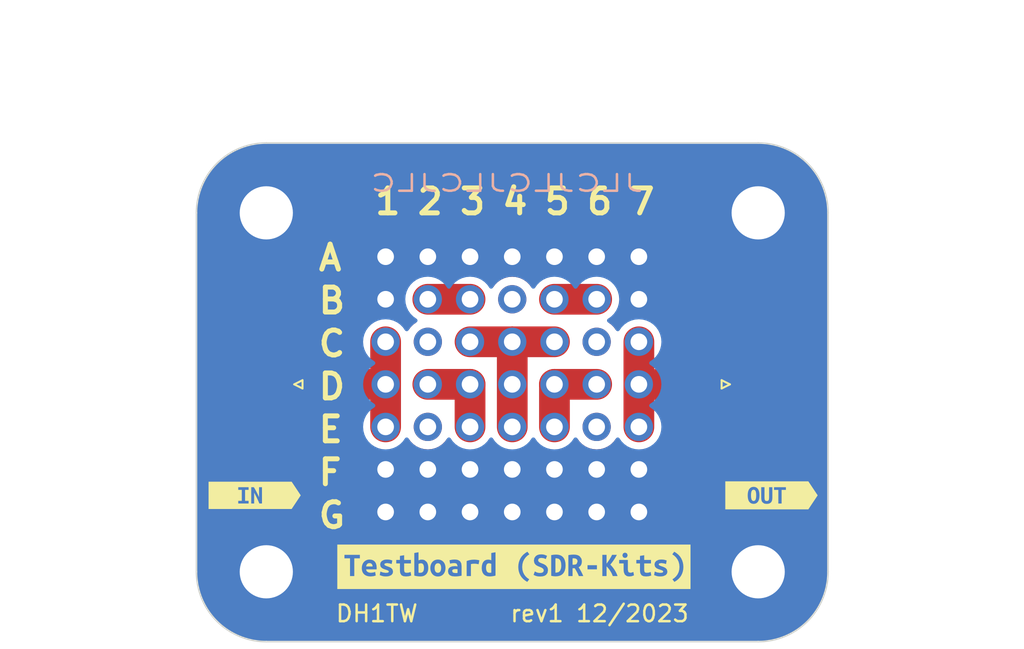
<source format=kicad_pcb>
(kicad_pcb (version 20221018) (generator pcbnew)
  (layers (0 "F.Cu" signal) (31 "B.Cu" signal) (34 "B.Paste" user) (35 "F.Paste" user) (36 "B.SilkS" user "B.Silkscreen") (37 "F.SilkS" user "F.Silkscreen") (38 "B.Mask" user) (39 "F.Mask" user) (44 "Edge.Cuts" user))
  (net 0 "")
  (net 1 "GND")
  (net 2 "Net-(J2-Pin_2)")
  (net 4 "Net-(J2-Pin_5)")
  (net 5 "Net-(J3-Pin_1)")
  (net 7 "Net-(J3-Pin_3)")
  (net 9 "Net-(J3-Pin_7)")
  (net 10 "Net-(J4-Pin_2)")
  (net 11 "Net-(J4-Pin_5)")
  (footprint "MountingHole:MountingHole_3.2mm_M3_DIN965_Pad" (layer "F.Cu") (at 135.5 94.74)
    (fp_text reference "H2" hide)
    (fp_text value "MountingHole_Pad")
    (pad "1" thru_hole circle (at 0 0) (size 5.6 5.6) (drill 3.2) (layers "*.Cu" "*.Mask") (net 1 "GND"))
  )
  (footprint "MountingHole:MountingHole_3.2mm_M3_DIN965_Pad" (layer "F.Cu") (at 135.5 73.14)
    (fp_text reference "H1" hide)
    (fp_text value "MountingHole_Pad")
    (pad "1" thru_hole circle (at 0 0) (size 5.6 5.6) (drill 3.2) (layers "*.Cu" "*.Mask") (net 1 "GND"))
  )
  (footprint "Connector_Coaxial:SMA_Aliexpress_EdgeMount" (layer "F.Cu") (at 133.97 83.46 180)
    (fp_text reference "J8" hide)
    (fp_text value "Conn_Coaxial")
    (fp_line (start -3.71 -0.25) (end -3.71 0.25) (stroke (width 0.12)) (layer "F.SilkS"))
    (fp_line (start -3.71 0.25) (end -3.21 0) (stroke (width 0.12)) (layer "F.SilkS"))
    (fp_line (start -3.21 0) (end -3.71 -0.25) (stroke (width 0.12)) (layer "F.SilkS"))
    (pad "1" smd rect (at 0 0 270) (size 1.5 5.08) (layers "F.Cu" "F.Paste" "F.Mask") (net 5 "Net-(J3-Pin_1)"))
    (pad "2" smd rect (at 0 -3.25 270) (size 1.5 5.08) (layers "F.Cu" "F.Paste" "F.Mask") (net 1 "GND"))
    (pad "2" smd rect (at 0 -3.25 270) (size 1.5 5.08) (layers "B.Cu" "B.Paste" "B.Mask") (net 1 "GND"))
    (pad "2" smd rect (at 0 3.25 270) (size 1.5 5.08) (layers "F.Cu" "F.Paste" "F.Mask") (net 1 "GND"))
    (pad "2" smd rect (at 0 3.25 270) (size 1.5 5.08) (layers "B.Cu" "B.Paste" "B.Mask") (net 1 "GND"))
  )
  (footprint "kibuzzard-6574F6F3" (layer "F.Cu") (at 165.9 90.14)
    (fp_text reference "kibuzzard-6574F6F3" hide)
    (fp_text value "G***" hide)
    (fp_poly (pts (xy -1.232076 0) (xy -1.230687 0.069255) (xy -1.22652 0.134144) (xy -1.204295 0.242887) (xy -1.157464 0.315912) (xy -1.076501 0.3429) (xy -0.996333 0.315912) (xy -0.948708 0.242094) (xy -0.926483 0.13335) (xy -0.922315 0.069056) (xy -0.920926 0) (xy -0.922315 -0.069255) (xy -0.926483 -0.134144) (xy -0.948708 -0.242888) (xy -0.995539 -0.315913) (xy -1.076501 -0.3429) (xy -1.157464 -0.315913) (xy -1.204295 -0.242094) (xy -1.22652 -0.13335) (xy -1.230687 -0.069056) (xy -1.232076 0)) (fill solid) (layer "F.SilkS"))
    (fp_poly (pts (xy -2.449507 -0.843492) (xy -2.780236 -0.843492) (xy -2.780236 0.843492) (xy -2.449507 0.843492) (xy -1.074914 0.843492) (xy -1.074914 0.512762) (xy -1.181188 0.498387) (xy -1.269294 0.45526) (xy -1.339233 0.383381) (xy -1.379168 0.310902) (xy -1.407694 0.222845) (xy -1.424809 0.119211) (xy -1.430514 0) (xy -1.42466 -0.119211) (xy -1.407098 -0.222845) (xy -1.377829 -0.310902) (xy -1.336851 -0.383381) (xy -1.266296 -0.45526) (xy -1.179512 -0.498387) (xy -1.076501 -0.512763) (xy -0.970315 -0.498387) (xy -0.882474 -0.45526) (xy -0.812976 -0.383381) (xy -0.773388 -0.310902) (xy -0.745111 -0.222845) (xy -0.728144 -0.119211) (xy -0.722489 0) (xy -0.728244 0.119211) (xy -0.745508 0.222845) (xy -0.774281 0.310902) (xy -0.814564 0.383381) (xy -0.884414 0.45526) (xy -0.971197 0.498387) (xy -1.074914 0.512762) (xy -1.074914 0.843492) (xy -0.285926 0.843492) (xy -0.285926 0.512762) (xy -0.373437 0.506214) (xy -0.44547 0.486569) (xy -0.547864 0.411162) (xy -0.580408 0.356791) (xy -0.601839 0.2921) (xy -0.613745 0.218281) (xy -0.617714 0.136525) (xy -0.617714 -0.490538) (xy -0.420864 -0.490538) (xy -0.420864 0.123825) (xy -0.414514 0.227806) (xy -0.393083 0.295275) (xy -0.351014 0.331787) (xy -0.282751 0.3429) (xy -0.214489 0.331787) (xy -0.171626 0.294481) (xy -0.149401 0.226219) (xy -0.143051 0.122237) (xy -0.143051 -0.490538) (xy 0.052211 -0.490538) (xy 0.052211 0.136525) (xy 0.048242 0.218281) (xy 0.036336 0.2921) (xy 0.014508 0.356791) (xy -0.019226 0.411162) (xy -0.065264 0.45462) (xy -0.124001 0.486569) (xy -0.197026 0.506214) (xy -0.285926 0.512762) (xy -0.285926 0.843492) (xy 0.609424 0.843492) (xy 0.609424 0.492125) (xy 0.412574 0.492125) (xy 0.412574 -0.328613) (xy 0.153811 -0.328613) (xy 0.153811 -0.490538) (xy 0.868186 -0.490538) (xy 0.868186 -0.328613) (xy 0.609424 -0.328613) (xy 0.609424 0.492125) (xy 0.609424 0.843492) (xy 1.887179 0.843492) (xy 2.217908 0.843492) (xy 2.780236 0) (xy 2.217908 -0.843492) (xy 1.887179 -0.843492) (xy -2.449507 -0.843492)) (fill solid) (layer "F.SilkS"))
  )
  (footprint "MountingHole:MountingHole_3.2mm_M3_DIN965_Pad" (layer "F.Cu") (at 165.1 94.74)
    (fp_text reference "H4" hide)
    (fp_text value "MountingHole_Pad")
    (pad "1" thru_hole circle (at 0 0) (size 5.6 5.6) (drill 3.2) (layers "*.Cu" "*.Mask") (net 1 "GND"))
  )
  (footprint "Pin Header:PinSocket_1x07_P2.54mm_Vertical_SDR-Kits" (layer "F.Cu") (at 142.68 75.78 90)
    (fp_text reference "J1" hide)
    (fp_text value "Conn_01x07_Socket")
    (pad "1" thru_hole circle (at 0 0 90) (size 1.7 1.7) (drill 1) (layers "*.Cu" "*.Mask") (net 1 "GND"))
    (pad "2" thru_hole oval (at 0 2.54 90) (size 1.7 1.7) (drill 1) (layers "*.Cu" "*.Mask") (net 1 "GND"))
    (pad "3" thru_hole oval (at 0 5.08 90) (size 1.7 1.7) (drill 1) (layers "*.Cu" "*.Mask") (net 1 "GND"))
    (pad "4" thru_hole oval (at 0 7.62 90) (size 1.7 1.7) (drill 1) (layers "*.Cu" "*.Mask") (net 1 "GND"))
    (pad "5" thru_hole oval (at 0 10.16 90) (size 1.7 1.7) (drill 1) (layers "*.Cu" "*.Mask") (net 1 "GND"))
    (pad "6" thru_hole oval (at 0 12.7 90) (size 1.7 1.7) (drill 1) (layers "*.Cu" "*.Mask") (net 1 "GND"))
    (pad "7" thru_hole oval (at 0 15.24 90) (size 1.7 1.7) (drill 1) (layers "*.Cu" "*.Mask") (net 1 "GND"))
  )
  (footprint "kibuzzard-6574F6D7" (layer "F.Cu") (at 134.8 90.14)
    (fp_text reference "kibuzzard-6574F6D7" hide)
    (fp_text value "G***" hide)
    (fp_poly (pts (xy -2.442363 -0.82206) (xy -2.773092 -0.82206) (xy -2.773092 0.82206) (xy -2.442363 0.82206) (xy -0.988395 0.82206) (xy -0.988395 0.491331) (xy -0.988395 0.329406) (xy -0.774083 0.329406) (xy -0.774083 -0.329406) (xy -0.988395 -0.329406) (xy -0.988395 -0.491331) (xy -0.364508 -0.491331) (xy -0.364508 -0.329406) (xy -0.577233 -0.329406) (xy -0.577233 0.329406) (xy -0.364508 0.329406) (xy -0.364508 0.491331) (xy -0.988395 0.491331) (xy -0.988395 0.82206) (xy 0.283192 0.82206) (xy 0.283192 0.491331) (xy 0.237419 0.382411) (xy 0.189001 0.273667) (xy 0.137936 0.1651) (xy 0.084226 0.056533) (xy 0.027869 -0.052211) (xy -0.031133 -0.161131) (xy -0.031133 0.491331) (xy -0.207345 0.491331) (xy -0.207345 -0.491331) (xy -0.050183 -0.491331) (xy -0.005733 -0.418505) (xy 0.038717 -0.339725) (xy 0.082572 -0.258167) (xy 0.125236 -0.177006) (xy 0.165717 -0.097234) (xy 0.203024 -0.019844) (xy 0.236163 0.051594) (xy 0.264142 0.113506) (xy 0.264142 -0.491331) (xy 0.440355 -0.491331) (xy 0.440355 0.491331) (xy 0.283192 0.491331) (xy 0.283192 0.82206) (xy 1.894323 0.82206) (xy 2.225052 0.82206) (xy 2.773092 0) (xy 2.225052 -0.82206) (xy 1.894323 -0.82206) (xy -2.442363 -0.82206)) (fill solid) (layer "F.SilkS"))
  )
  (footprint "kibuzzard-6574F576" (layer "F.Cu") (at 150.4 94.44)
    (fp_text reference "kibuzzard-6574F576" hide)
    (fp_text value "G***" hide)
    (fp_poly (pts (xy -8.503682 -0.020637) (xy -8.514001 -0.095964) (xy -8.547021 -0.160973) (xy -8.604806 -0.207407) (xy -8.691483 -0.224949) (xy -8.777129 -0.208439) (xy -8.836978 -0.163036) (xy -8.874125 -0.096996) (xy -8.891667 -0.020637) (xy -8.503682 -0.020637)) (fill solid) (layer "F.SilkS"))
    (fp_poly (pts (xy -3.540363 0.375602) (xy -3.459877 0.374571) (xy -3.391773 0.369411) (xy -3.391773 0.146526) (xy -3.451622 0.139303) (xy -3.515598 0.136207) (xy -3.591957 0.141367) (xy -3.656965 0.158909) (xy -3.701336 0.193993) (xy -3.717846 0.253841) (xy -3.668316 0.347742) (xy -3.540363 0.375602)) (fill solid) (layer "F.SilkS"))
    (fp_poly (pts (xy 3.831352 -0.317818) (xy 3.815874 -0.405527) (xy 3.769439 -0.466408) (xy 3.697724 -0.502007) (xy 3.606403 -0.513874) (xy 3.571319 -0.512842) (xy 3.530044 -0.507683) (xy 3.530044 -0.123825) (xy 3.585766 -0.123825) (xy 3.697724 -0.136465) (xy 3.773567 -0.174387) (xy 3.831352 -0.317818)) (fill solid) (layer "F.SilkS"))
    (fp_poly (pts (xy -5.410121 0.06604) (xy -5.421213 -0.054173) (xy -5.454491 -0.142399) (xy -5.51047 -0.196572) (xy -5.589667 -0.21463) (xy -5.671185 -0.203279) (xy -5.740321 -0.175419) (xy -5.740321 0.350838) (xy -5.67944 0.359092) (xy -5.624751 0.361156) (xy -5.536009 0.344388) (xy -5.467906 0.294084) (xy -5.424567 0.203537) (xy -5.410121 0.06604)) (fill solid) (layer "F.SilkS"))
    (fp_poly (pts (xy -1.678861 0.06604) (xy -1.666736 0.18419) (xy -1.630362 0.278606) (xy -1.56716 0.340519) (xy -1.474549 0.361156) (xy -1.416764 0.359092) (xy -1.361043 0.352901) (xy -1.361043 -0.175419) (xy -1.427083 -0.203279) (xy -1.505506 -0.21463) (xy -1.583928 -0.196572) (xy -1.637586 -0.142399) (xy -1.668542 -0.054173) (xy -1.678861 0.06604)) (fill solid) (layer "F.SilkS"))
    (fp_poly (pts (xy 2.498169 0.350838) (xy 2.520871 0.352901) (xy 2.543572 0.352901) (xy 2.689066 0.319881) (xy 2.783999 0.229076) (xy 2.835593 0.091837) (xy 2.847201 0.008513) (xy 2.851071 -0.08255) (xy 2.838688 -0.243522) (xy 2.795349 -0.381794) (xy 2.710736 -0.477758) (xy 2.572464 -0.513874) (xy 2.535317 -0.512842) (xy 2.498169 -0.507683) (xy 2.498169 0.350838)) (fill solid) (layer "F.SilkS"))
    (fp_poly (pts (xy -4.772422 0.072231) (xy -4.760813 0.189865) (xy -4.725988 0.282734) (xy -4.665365 0.343098) (xy -4.576366 0.36322) (xy -4.48943 0.343098) (xy -4.426744 0.282734) (xy -4.388822 0.189865) (xy -4.376182 0.072231) (xy -4.38779 -0.045145) (xy -4.422616 -0.137239) (xy -4.483239 -0.19683) (xy -4.572238 -0.216694) (xy -4.659174 -0.19683) (xy -4.72186 -0.137239) (xy -4.759781 -0.045145) (xy -4.772422 0.072231)) (fill solid) (layer "F.SilkS"))
    (fp_poly (pts (xy -10.198021 -1.337998) (xy -10.627969 -1.337998) (xy -10.627969 1.337998) (xy -10.198021 1.337998) (xy -9.605724 1.337998) (xy -9.605724 0.557213) (xy -9.861629 0.557213) (xy -9.861629 -0.509746) (xy -10.198021 -0.509746) (xy -10.198021 -0.720249) (xy -9.269333 -0.720249) (xy -9.269333 -0.509746) (xy -9.605724 -0.509746) (xy -9.605724 0.557213) (xy -9.605724 1.337998) (xy -8.621316 1.337998) (xy -8.621316 0.579914) (xy -8.738691 0.571917) (xy -8.843169 0.547926) (xy -8.933974 0.508198) (xy -9.010333 0.452993) (xy -9.071471 0.382568) (xy -9.116616 0.29718) (xy -9.144476 0.196572) (xy -9.153763 0.080486) (xy -9.14396 -0.039727) (xy -9.114552 -0.144463) (xy -9.069149 -0.233462) (xy -9.011364 -0.306467) (xy -8.942745 -0.363478) (xy -8.864838 -0.404495) (xy -8.781256 -0.42926) (xy -8.695611 -0.437515) (xy -8.563989 -0.423413) (xy -8.455298 -0.381106) (xy -8.369538 -0.310594) (xy -8.307626 -0.213025) (xy -8.270478 -0.089544) (xy -8.258096 0.059849) (xy -8.259128 0.111442) (xy -8.262223 0.154781) (xy -8.891667 0.154781) (xy -8.872061 0.239653) (xy -8.813244 0.304403) (xy -8.723471 0.34542) (xy -8.610997 0.359092) (xy -8.465503 0.342583) (xy -8.348901 0.309563) (xy -8.313817 0.526256) (xy -8.454152 0.564436) (xy -8.621316 0.579914) (xy -8.621316 1.337998) (xy -7.717393 1.337998) (xy -7.717393 0.579914) (xy -7.833995 0.572691) (xy -7.932023 0.551021) (xy -8.074422 0.499428) (xy -8.035211 0.286861) (xy -7.881461 0.340519) (xy -7.715329 0.365284) (xy -7.572931 0.351869) (xy -7.523401 0.29718) (xy -7.538879 0.251778) (xy -7.582218 0.219789) (xy -7.646194 0.193993) (xy -7.721521 0.169228) (xy -7.835027 0.131048) (xy -7.940278 0.076359) (xy -8.018701 -0.007223) (xy -8.049657 -0.134144) (xy -8.025924 -0.250746) (xy -7.951629 -0.347742) (xy -7.822644 -0.413782) (xy -7.736483 -0.431582) (xy -7.634843 -0.437515) (xy -7.543264 -0.433903) (xy -7.458393 -0.423069) (xy -7.317026 -0.381794) (xy -7.356237 -0.167164) (xy -7.465616 -0.201216) (xy -7.632779 -0.224949) (xy -7.763828 -0.201216) (xy -7.797879 -0.150654) (xy -7.782401 -0.110411) (xy -7.741126 -0.078422) (xy -7.681278 -0.050562) (xy -7.608014 -0.024765) (xy -7.492444 0.01651) (xy -7.384098 0.073263) (xy -7.304643 0.159941) (xy -7.273687 0.288925) (xy -7.296388 0.402431) (xy -7.371715 0.4953) (xy -7.508954 0.557213) (xy -7.603371 0.574238) (xy -7.717393 0.579914) (xy -7.717393 1.337998) (xy -6.489462 1.337998) (xy -6.489462 0.579914) (xy -6.646307 0.565468) (xy -6.761877 0.509746) (xy -6.834108 0.393144) (xy -6.852682 0.306209) (xy -6.858873 0.196056) (xy -6.858873 -0.202248) (xy -7.079694 -0.202248) (xy -7.079694 -0.41275) (xy -6.858873 -0.41275) (xy -6.858873 -0.656273) (xy -6.605032 -0.697548) (xy -6.605032 -0.41275) (xy -6.198473 -0.41275) (xy -6.198473 -0.202248) (xy -6.605032 -0.202248) (xy -6.605032 0.189865) (xy -6.594713 0.276543) (xy -6.565821 0.328136) (xy -6.520418 0.352901) (xy -6.460569 0.359092) (xy -6.395561 0.357029) (xy -6.337776 0.349806) (xy -6.279991 0.334328) (xy -6.214983 0.307499) (xy -6.179899 0.526256) (xy -6.331585 0.567531) (xy -6.489462 0.579914) (xy -6.489462 1.337998) (xy -5.618559 1.337998) (xy -5.618559 0.579914) (xy -5.718651 0.576302) (xy -5.820807 0.565468) (xy -5.915739 0.548958) (xy -5.994162 0.52832) (xy -5.994162 -0.831691) (xy -5.740321 -0.87503) (xy -5.740321 -0.390049) (xy -5.637133 -0.424101) (xy -5.538073 -0.433388) (xy -5.448816 -0.424359) (xy -5.370909 -0.397272) (xy -5.25018 -0.294084) (xy -5.207615 -0.220563) (xy -5.176917 -0.134144) (xy -5.158343 -0.036116) (xy -5.152152 0.072231) (xy -5.159891 0.182384) (xy -5.183108 0.281702) (xy -5.221288 0.368637) (xy -5.273913 0.441643) (xy -5.340469 0.500201) (xy -5.420439 0.543798) (xy -5.513308 0.570885) (xy -5.618559 0.579914) (xy -5.618559 1.337998) (xy -4.572238 1.337998) (xy -4.572238 0.584041) (xy -4.670524 0.574754) (xy -4.759008 0.546894) (xy -4.836914 0.502007) (xy -4.90347 0.441643) (xy -4.957385 0.36709) (xy -4.997371 0.279638) (xy -5.022136 0.18032) (xy -5.030391 0.070167) (xy -5.021878 -0.038437) (xy -4.996339 -0.137239) (xy -4.95558 -0.224433) (xy -4.901406 -0.298212) (xy -4.834592 -0.357545) (xy -4.755912 -0.401399) (xy -4.667687 -0.428486) (xy -4.572238 -0.437515) (xy -4.4755 -0.428486) (xy -4.387533 -0.401399) (xy -4.309626 -0.357545) (xy -4.24307 -0.298212) (xy -4.189155 -0.224433) (xy -4.149169 -0.137239) (xy -4.124404 -0.038437) (xy -4.116149 0.070167) (xy -4.124404 0.18032) (xy -4.149169 0.279638) (xy -4.188897 0.36709) (xy -4.242038 0.441643) (xy -4.30782 0.502007) (xy -4.385469 0.546894) (xy -4.473952 0.574754) (xy -4.572238 0.584041) (xy -4.572238 1.337998) (xy -3.558937 1.337998) (xy -3.558937 0.579914) (xy -3.727132 0.563404) (xy -3.856117 0.508714) (xy -3.938667 0.409654) (xy -3.967559 0.260033) (xy -3.934539 0.117634) (xy -3.845798 0.024765) (xy -3.717846 -0.025797) (xy -3.567192 -0.041275) (xy -3.473807 -0.037147) (xy -3.391773 -0.024765) (xy -3.391773 -0.055721) (xy -3.437176 -0.176451) (xy -3.499088 -0.212824) (xy -3.594021 -0.224949) (xy -3.733324 -0.21463) (xy -3.841671 -0.189865) (xy -3.876754 -0.394176) (xy -3.742611 -0.424101) (xy -3.654385 -0.434161) (xy -3.563064 -0.437515) (xy -3.453428 -0.43055) (xy -3.363913 -0.409654) (xy -3.236992 -0.331232) (xy -3.168888 -0.207407) (xy -3.148251 -0.043339) (xy -3.148251 0.534511) (xy -3.313351 0.563404) (xy -3.429437 0.575786) (xy -3.558937 0.579914) (xy -3.558937 1.337998) (xy -2.586911 1.337998) (xy -2.586911 0.557213) (xy -2.842816 0.557213) (xy -2.842816 -0.348774) (xy -2.740402 -0.38231) (xy -2.635409 -0.408623) (xy -2.520097 -0.425648) (xy -2.386727 -0.431324) (xy -2.32791 -0.42926) (xy -2.246392 -0.422037) (xy -2.158683 -0.409654) (xy -2.079228 -0.390049) (xy -2.124631 -0.154781) (xy -2.183447 -0.167164) (xy -2.252583 -0.178514) (xy -2.320687 -0.185738) (xy -2.376408 -0.187801) (xy -2.481659 -0.182642) (xy -2.586911 -0.163036) (xy -2.586911 0.557213) (xy -2.586911 1.337998) (xy -1.476613 1.337998) (xy -1.476613 0.579914) (xy -1.615687 0.565009) (xy -1.730225 0.520294) (xy -1.820227 0.44577) (xy -1.885006 0.345334) (xy -1.923874 0.222885) (xy -1.936829 0.078422) (xy -1.925937 -0.068677) (xy -1.893261 -0.193534) (xy -1.838801 -0.296148) (xy -1.763016 -0.372392) (xy -1.666363 -0.418139) (xy -1.548844 -0.433388) (xy -1.447721 -0.422037) (xy -1.361043 -0.390049) (xy -1.361043 -0.831691) (xy -1.107202 -0.87503) (xy -1.107202 0.52832) (xy -1.185108 0.548958) (xy -1.278493 0.565468) (xy -1.378585 0.576302) (xy -1.476613 0.579914) (xy -1.476613 1.337998) (xy 0.803831 1.337998) (xy 0.803831 0.90805) (xy 0.672911 0.825887) (xy 0.560824 0.734179) (xy 0.467568 0.632926) (xy 0.393144 0.522129) (xy 0.336262 0.403334) (xy 0.295632 0.27809) (xy 0.271254 0.146397) (xy 0.263128 0.008255) (xy 0.271512 -0.131242) (xy 0.296664 -0.264934) (xy 0.338584 -0.392822) (xy 0.397272 -0.514906) (xy 0.473502 -0.628863) (xy 0.568047 -0.732373) (xy 0.680909 -0.825436) (xy 0.812086 -0.90805) (xy 0.929719 -0.751205) (xy 0.806697 -0.665445) (xy 0.70179 -0.562257) (xy 0.614998 -0.441643) (xy 0.550219 -0.305435) (xy 0.511351 -0.155469) (xy 0.498396 0.008255) (xy 0.510893 0.17003) (xy 0.548384 0.3169) (xy 0.61087 0.448866) (xy 0.695369 0.565468) (xy 0.798901 0.666247) (xy 0.921464 0.751205) (xy 0.803831 0.90805) (xy 0.803831 1.337998) (xy 1.579801 1.337998) (xy 1.579801 0.584041) (xy 1.436886 0.575528) (xy 1.325959 0.549989) (xy 1.183561 0.487045) (xy 1.257856 0.28067) (xy 1.390968 0.342583) (xy 1.476871 0.364252) (xy 1.579801 0.371475) (xy 1.686084 0.358061) (xy 1.753156 0.320913) (xy 1.787207 0.267256) (xy 1.796494 0.206375) (xy 1.773793 0.136207) (xy 1.716008 0.081518) (xy 1.637586 0.038179) (xy 1.550908 0.002064) (xy 1.431211 -0.045402) (xy 1.318736 -0.113506) (xy 1.235154 -0.215662) (xy 1.202134 -0.367348) (xy 1.231285 -0.527288) (xy 1.318736 -0.648018) (xy 1.406216 -0.704197) (xy 1.513187 -0.737905) (xy 1.639649 -0.749141) (xy 1.749802 -0.742434) (xy 1.844992 -0.722313) (xy 1.992551 -0.662464) (xy 1.918256 -0.466408) (xy 1.803718 -0.515938) (xy 1.658223 -0.536575) (xy 1.545863 -0.520294) (xy 1.478448 -0.471452) (xy 1.455976 -0.390049) (xy 1.476613 -0.325041) (xy 1.529239 -0.275511) (xy 1.60147 -0.237331) (xy 1.680924 -0.206375) (xy 1.805781 -0.155813) (xy 1.925479 -0.081518) (xy 2.015252 0.034052) (xy 2.041565 0.112216) (xy 2.050336 0.208439) (xy 2.021185 0.367605) (xy 1.933734 0.486013) (xy 1.842585 0.540473) (xy 1.724607 0.573149) (xy 1.579801 0.584041) (xy 1.579801 1.337998) (xy 2.516743 1.337998) (xy 2.516743 0.573723) (xy 2.383631 0.566499) (xy 2.244328 0.542766) (xy 2.244328 -0.703739) (xy 2.407364 -0.728504) (xy 2.549763 -0.734695) (xy 2.670235 -0.725408) (xy 2.779871 -0.697548) (xy 2.876094 -0.649823) (xy 2.956322 -0.580946) (xy 3.020556 -0.490657) (xy 3.068796 -0.378698) (xy 3.098979 -0.243265) (xy 3.109039 -0.08255) (xy 3.097947 0.081776) (xy 3.064669 0.219789) (xy 3.011785 0.333038) (xy 2.941876 0.423069) (xy 2.855972 0.490915) (xy 2.755106 0.537607) (xy 2.641342 0.564694) (xy 2.516743 0.573723) (xy 2.516743 1.337998) (xy 4.173934 1.337998) (xy 4.173934 0.557213) (xy 3.907711 0.557213) (xy 3.856375 0.435709) (xy 3.7973 0.318849) (xy 3.732034 0.203537) (xy 3.662124 0.086677) (xy 3.530044 0.086677) (xy 3.530044 0.557213) (xy 3.276203 0.557213) (xy 3.276203 -0.701675) (xy 3.357721 -0.717153) (xy 3.447494 -0.727472) (xy 3.534172 -0.732631) (xy 3.606403 -0.734695) (xy 3.710622 -0.728504) (xy 3.804523 -0.70993) (xy 3.887073 -0.678458) (xy 3.957241 -0.633571) (xy 4.055269 -0.502523) (xy 4.080808 -0.416104) (xy 4.089321 -0.315754) (xy 4.07797 -0.209471) (xy 4.043918 -0.113506) (xy 3.983553 -0.033536) (xy 3.893264 0.024765) (xy 3.967559 0.143431) (xy 4.043918 0.279638) (xy 4.115118 0.422037) (xy 4.173934 0.557213) (xy 4.173934 1.337998) (xy 4.995307 1.337998) (xy 4.995307 0.152718) (xy 4.429839 0.152718) (xy 4.429839 -0.096996) (xy 4.995307 -0.096996) (xy 4.995307 0.152718) (xy 4.995307 1.337998) (xy 5.950823 1.337998) (xy 5.950823 0.557213) (xy 5.885815 0.401399) (xy 5.841186 0.318849) (xy 5.791914 0.238363) (xy 5.739031 0.161488) (xy 5.683568 0.089773) (xy 5.575221 -0.026829) (xy 5.575221 0.557213) (xy 5.321379 0.557213) (xy 5.321379 -0.720249) (xy 5.575221 -0.720249) (xy 5.575221 -0.189865) (xy 5.670153 -0.317818) (xy 5.764054 -0.458153) (xy 5.845572 -0.596424) (xy 5.907484 -0.720249) (xy 6.194346 -0.720249) (xy 6.12521 -0.593328) (xy 6.082129 -0.520581) (xy 6.033373 -0.444738) (xy 5.979974 -0.366574) (xy 5.922963 -0.286861) (xy 5.862856 -0.207923) (xy 5.800169 -0.13208) (xy 5.864662 -0.065524) (xy 5.930186 0.010319) (xy 5.99442 0.093643) (xy 6.055043 0.182642) (xy 6.111022 0.275511) (xy 6.161326 0.370443) (xy 6.204148 0.465118) (xy 6.237684 0.557213) (xy 5.950823 0.557213) (xy 5.950823 1.337998) (xy 6.949678 1.337998) (xy 6.949678 0.579914) (xy 6.858615 0.572691) (xy 6.783546 0.551021) (xy 6.676231 0.467439) (xy 6.619478 0.334328) (xy 6.607096 0.25023) (xy 6.602968 0.154781) (xy 6.602968 -0.202248) (xy 6.334681 -0.202248) (xy 6.334681 -0.41275) (xy 6.685518 -0.41275) (xy 6.685518 -0.530384) (xy 6.573044 -0.573723) (xy 6.526609 -0.691356) (xy 6.573044 -0.811054) (xy 6.685518 -0.854393) (xy 6.799024 -0.811054) (xy 6.846491 -0.691356) (xy 6.799024 -0.573723) (xy 6.685518 -0.530384) (xy 6.685518 -0.41275) (xy 6.856809 -0.41275) (xy 6.856809 0.187801) (xy 6.888798 0.316786) (xy 6.995081 0.359092) (xy 7.079694 0.349806) (xy 7.191137 0.311626) (xy 7.224157 0.515938) (xy 7.076599 0.566499) (xy 6.949678 0.579914) (xy 6.949678 1.337998) (xy 7.956788 1.337998) (xy 7.956788 0.579914) (xy 7.799943 0.565468) (xy 7.684373 0.509746) (xy 7.612142 0.393144) (xy 7.593568 0.306209) (xy 7.587377 0.196056) (xy 7.587377 -0.202248) (xy 7.366556 -0.202248) (xy 7.366556 -0.41275) (xy 7.587377 -0.41275) (xy 7.587377 -0.656273) (xy 7.841218 -0.697548) (xy 7.841218 -0.41275) (xy 8.247777 -0.41275) (xy 8.247777 -0.202248) (xy 7.841218 -0.202248) (xy 7.841218 0.189865) (xy 7.851537 0.276543) (xy 7.880429 0.328136) (xy 7.925832 0.352901) (xy 7.985681 0.359092) (xy 8.050689 0.357029) (xy 8.108474 0.349806) (xy 8.166259 0.334328) (xy 8.231267 0.307499) (xy 8.266351 0.526256) (xy 8.114665 0.567531) (xy 7.956788 0.579914) (xy 7.956788 1.337998) (xy 8.792607 1.337998) (xy 8.792607 0.579914) (xy 8.676005 0.572691) (xy 8.577977 0.551021) (xy 8.435578 0.499428) (xy 8.474789 0.286861) (xy 8.628539 0.340519) (xy 8.794671 0.365284) (xy 8.937069 0.351869) (xy 8.986599 0.29718) (xy 8.971121 0.251778) (xy 8.927783 0.219789) (xy 8.863806 0.193993) (xy 8.788479 0.169228) (xy 8.674973 0.131048) (xy 8.569722 0.076359) (xy 8.491299 -0.007223) (xy 8.460343 -0.134144) (xy 8.484076 -0.250746) (xy 8.558371 -0.347742) (xy 8.687356 -0.413782) (xy 8.773517 -0.431582) (xy 8.875157 -0.437515) (xy 8.966736 -0.433903) (xy 9.051608 -0.423069) (xy 9.192974 -0.381794) (xy 9.153763 -0.167164) (xy 9.044384 -0.201216) (xy 8.877221 -0.224949) (xy 8.746173 -0.201216) (xy 8.712121 -0.150654) (xy 8.727599 -0.110411) (xy 8.768874 -0.078422) (xy 8.828723 -0.050562) (xy 8.901986 -0.024765) (xy 9.017556 0.01651) (xy 9.125903 0.073263) (xy 9.205357 0.159941) (xy 9.236313 0.288925) (xy 9.213612 0.402431) (xy 9.138285 0.4953) (xy 9.001046 0.557213) (xy 8.906629 0.574238) (xy 8.792607 0.579914) (xy 8.792607 1.337998) (xy 9.657318 1.337998) (xy 9.657318 0.90805) (xy 9.539684 0.751205) (xy 9.662248 0.666247) (xy 9.76578 0.565468) (xy 9.850279 0.448866) (xy 9.912765 0.3169) (xy 9.950256 0.17003) (xy 9.962753 0.008255) (xy 9.949797 -0.155469) (xy 9.91093 -0.305435) (xy 9.846151 -0.441643) (xy 9.759359 -0.562257) (xy 9.654452 -0.665445) (xy 9.531429 -0.751205) (xy 9.649063 -0.90805) (xy 9.78024 -0.825436) (xy 9.893102 -0.732373) (xy 9.987647 -0.628863) (xy 10.063877 -0.514906) (xy 10.122565 -0.392822) (xy 10.164485 -0.264934) (xy 10.189637 -0.131242) (xy 10.198021 0.008255) (xy 10.189895 0.146397) (xy 10.165517 0.27809) (xy 10.124886 0.403334) (xy 10.068004 0.522129) (xy 9.99358 0.632926) (xy 9.900325 0.734179) (xy 9.788237 0.825887) (xy 9.657318 0.90805) (xy 9.657318 1.337998) (xy 10.198021 1.337998) (xy 10.627969 1.337998) (xy 10.627969 -1.337998) (xy 10.198021 -1.337998) (xy -10.198021 -1.337998)) (fill solid) (layer "F.SilkS"))
  )
  (footprint "Pin Header:PinSocket_1x07_P2.54mm_Vertical_SDR-Kits" (layer "F.Cu") (at 142.68 83.46 90)
    (fp_text reference "J4" hide)
    (fp_text value "Conn_01x07_Socket")
    (pad "1" thru_hole circle (at 0 0 90) (size 1.7 1.7) (drill 1) (layers "*.Cu" "*.Mask") (net 5 "Net-(J3-Pin_1)"))
    (pad "2" thru_hole oval (at 0 2.54 90) (size 1.7 1.7) (drill 1) (layers "*.Cu" "*.Mask") (net 10 "Net-(J4-Pin_2)"))
    (pad "3" thru_hole oval (at 0 5.08 90) (size 1.7 1.7) (drill 1) (layers "*.Cu" "*.Mask") (net 10 "Net-(J4-Pin_2)"))
    (pad "4" thru_hole oval (at 0 7.62 90) (size 1.7 1.7) (drill 1) (layers "*.Cu" "*.Mask") (net 7 "Net-(J3-Pin_3)"))
    (pad "5" thru_hole oval (at 0 10.16 90) (size 1.7 1.7) (drill 1) (layers "*.Cu" "*.Mask") (net 11 "Net-(J4-Pin_5)"))
    (pad "6" thru_hole oval (at 0 12.7 90) (size 1.7 1.7) (drill 1) (layers "*.Cu" "*.Mask") (net 11 "Net-(J4-Pin_5)"))
    (pad "7" thru_hole oval (at 0 15.24 90) (size 1.7 1.7) (drill 1) (layers "*.Cu" "*.Mask") (net 9 "Net-(J3-Pin_7)"))
  )
  (footprint "Pin Header:PinSocket_1x07_P2.54mm_Vertical_SDR-Kits" (layer "F.Cu") (at 142.68 80.9 90)
    (fp_text reference "J3" hide)
    (fp_text value "Conn_01x07_Socket")
    (pad "1" thru_hole circle (at 0 0 90) (size 1.7 1.7) (drill 1) (layers "*.Cu" "*.Mask") (net 5 "Net-(J3-Pin_1)"))
    (pad "2" thru_hole oval (at 0 2.54 90) (size 1.7 1.7) (drill 1) (layers "*.Cu" "*.Mask"))
    (pad "3" thru_hole oval (at 0 5.08 90) (size 1.7 1.7) (drill 1) (layers "*.Cu" "*.Mask") (net 7 "Net-(J3-Pin_3)"))
    (pad "4" thru_hole oval (at 0 7.62 90) (size 1.7 1.7) (drill 1) (layers "*.Cu" "*.Mask") (net 7 "Net-(J3-Pin_3)"))
    (pad "5" thru_hole oval (at 0 10.16 90) (size 1.7 1.7) (drill 1) (layers "*.Cu" "*.Mask") (net 7 "Net-(J3-Pin_3)"))
    (pad "6" thru_hole oval (at 0 12.7 90) (size 1.7 1.7) (drill 1) (layers "*.Cu" "*.Mask"))
    (pad "7" thru_hole oval (at 0 15.24 90) (size 1.7 1.7) (drill 1) (layers "*.Cu" "*.Mask") (net 9 "Net-(J3-Pin_7)"))
  )
  (footprint "Connector_Coaxial:SMA_Aliexpress_EdgeMount" (layer "F.Cu") (at 166.61 83.46)
    (fp_text reference "J9" hide)
    (fp_text value "Conn_Coaxial")
    (fp_line (start -3.71 -0.25) (end -3.71 0.25) (stroke (width 0.12)) (layer "F.SilkS"))
    (fp_line (start -3.71 0.25) (end -3.21 0) (stroke (width 0.12)) (layer "F.SilkS"))
    (fp_line (start -3.21 0) (end -3.71 -0.25) (stroke (width 0.12)) (layer "F.SilkS"))
    (pad "1" smd rect (at 0 0 90) (size 1.5 5.08) (layers "F.Cu" "F.Paste" "F.Mask") (net 9 "Net-(J3-Pin_7)"))
    (pad "2" smd rect (at 0 -3.25 90) (size 1.5 5.08) (layers "F.Cu" "F.Paste" "F.Mask") (net 1 "GND"))
    (pad "2" smd rect (at 0 -3.25 90) (size 1.5 5.08) (layers "B.Cu" "B.Paste" "B.Mask") (net 1 "GND"))
    (pad "2" smd rect (at 0 3.25 90) (size 1.5 5.08) (layers "F.Cu" "F.Paste" "F.Mask") (net 1 "GND"))
    (pad "2" smd rect (at 0 3.25 90) (size 1.5 5.08) (layers "B.Cu" "B.Paste" "B.Mask") (net 1 "GND"))
  )
  (footprint "Pin Header:PinSocket_1x07_P2.54mm_Vertical_SDR-Kits" (layer "F.Cu") (at 142.68 91.14 90)
    (fp_text reference "J7" hide)
    (fp_text value "Conn_01x07_Socket")
    (pad "1" thru_hole circle (at 0 0 90) (size 1.7 1.7) (drill 1) (layers "*.Cu" "*.Mask") (net 1 "GND"))
    (pad "2" thru_hole oval (at 0 2.54 90) (size 1.7 1.7) (drill 1) (layers "*.Cu" "*.Mask") (net 1 "GND"))
    (pad "3" thru_hole oval (at 0 5.08 90) (size 1.7 1.7) (drill 1) (layers "*.Cu" "*.Mask") (net 1 "GND"))
    (pad "4" thru_hole oval (at 0 7.62 90) (size 1.7 1.7) (drill 1) (layers "*.Cu" "*.Mask") (net 1 "GND"))
    (pad "5" thru_hole oval (at 0 10.16 90) (size 1.7 1.7) (drill 1) (layers "*.Cu" "*.Mask") (net 1 "GND"))
    (pad "6" thru_hole oval (at 0 12.7 90) (size 1.7 1.7) (drill 1) (layers "*.Cu" "*.Mask") (net 1 "GND"))
    (pad "7" thru_hole oval (at 0 15.24 90) (size 1.7 1.7) (drill 1) (layers "*.Cu" "*.Mask") (net 1 "GND"))
  )
  (footprint "Pin Header:PinSocket_1x07_P2.54mm_Vertical_SDR-Kits" (layer "F.Cu") (at 142.68 78.34 90)
    (fp_text reference "J2" hide)
    (fp_text value "Conn_01x07_Socket")
    (pad "1" thru_hole circle (at 0 0 90) (size 1.7 1.7) (drill 1) (layers "*.Cu" "*.Mask") (net 1 "GND"))
    (pad "2" thru_hole oval (at 0 2.54 90) (size 1.7 1.7) (drill 1) (layers "*.Cu" "*.Mask") (net 2 "Net-(J2-Pin_2)"))
    (pad "3" thru_hole oval (at 0 5.08 90) (size 1.7 1.7) (drill 1) (layers "*.Cu" "*.Mask") (net 2 "Net-(J2-Pin_2)"))
    (pad "4" thru_hole oval (at 0 7.62 90) (size 1.7 1.7) (drill 1) (layers "*.Cu" "*.Mask"))
    (pad "5" thru_hole oval (at 0 10.16 90) (size 1.7 1.7) (drill 1) (layers "*.Cu" "*.Mask") (net 4 "Net-(J2-Pin_5)"))
    (pad "6" thru_hole oval (at 0 12.7 90) (size 1.7 1.7) (drill 1) (layers "*.Cu" "*.Mask") (net 4 "Net-(J2-Pin_5)"))
    (pad "7" thru_hole oval (at 0 15.24 90) (size 1.7 1.7) (drill 1) (layers "*.Cu" "*.Mask") (net 1 "GND"))
  )
  (footprint "Pin Header:PinSocket_1x07_P2.54mm_Vertical_SDR-Kits" (layer "F.Cu") (at 142.68 86.02 90)
    (fp_text reference "J5" hide)
    (fp_text value "Conn_01x07_Socket")
    (pad "1" thru_hole circle (at 0 0 90) (size 1.7 1.7) (drill 1) (layers "*.Cu" "*.Mask") (net 5 "Net-(J3-Pin_1)"))
    (pad "2" thru_hole oval (at 0 2.54 90) (size 1.7 1.7) (drill 1) (layers "*.Cu" "*.Mask"))
    (pad "3" thru_hole oval (at 0 5.08 90) (size 1.7 1.7) (drill 1) (layers "*.Cu" "*.Mask") (net 10 "Net-(J4-Pin_2)"))
    (pad "4" thru_hole oval (at 0 7.62 90) (size 1.7 1.7) (drill 1) (layers "*.Cu" "*.Mask") (net 7 "Net-(J3-Pin_3)"))
    (pad "5" thru_hole oval (at 0 10.16 90) (size 1.7 1.7) (drill 1) (layers "*.Cu" "*.Mask") (net 11 "Net-(J4-Pin_5)"))
    (pad "6" thru_hole oval (at 0 12.7 90) (size 1.7 1.7) (drill 1) (layers "*.Cu" "*.Mask"))
    (pad "7" thru_hole oval (at 0 15.24 90) (size 1.7 1.7) (drill 1) (layers "*.Cu" "*.Mask") (net 9 "Net-(J3-Pin_7)"))
  )
  (footprint "Pin Header:PinSocket_1x07_P2.54mm_Vertical_SDR-Kits" (layer "F.Cu") (at 142.68 88.58 90)
    (fp_text reference "J6" hide)
    (fp_text value "Conn_01x07_Socket")
    (pad "1" thru_hole circle (at 0 0 90) (size 1.7 1.7) (drill 1) (layers "*.Cu" "*.Mask") (net 1 "GND"))
    (pad "2" thru_hole oval (at 0 2.54 90) (size 1.7 1.7) (drill 1) (layers "*.Cu" "*.Mask") (net 1 "GND"))
    (pad "3" thru_hole oval (at 0 5.08 90) (size 1.7 1.7) (drill 1) (layers "*.Cu" "*.Mask") (net 1 "GND"))
    (pad "4" thru_hole oval (at 0 7.62 90) (size 1.7 1.7) (drill 1) (layers "*.Cu" "*.Mask") (net 1 "GND"))
    (pad "5" thru_hole oval (at 0 10.16 90) (size 1.7 1.7) (drill 1) (layers "*.Cu" "*.Mask") (net 1 "GND"))
    (pad "6" thru_hole oval (at 0 12.7 90) (size 1.7 1.7) (drill 1) (layers "*.Cu" "*.Mask") (net 1 "GND"))
    (pad "7" thru_hole oval (at 0 15.24 90) (size 1.7 1.7) (drill 1) (layers "*.Cu" "*.Mask") (net 1 "GND"))
  )
  (footprint "MountingHole:MountingHole_3.2mm_M3_DIN965_Pad" (layer "F.Cu") (at 165.1 73.14)
    (fp_text reference "H3" hide)
    (fp_text value "MountingHole_Pad")
    (pad "1" thru_hole circle (at 0 0) (size 5.6 5.6) (drill 3.2) (layers "*.Cu" "*.Mask") (net 1 "GND"))
  )
  (gr_line (start 169.3 73.14) (end 169.3 94.74) (stroke (width 0.1)) (layer "Edge.Cuts"))
  (gr_line (start 131.3 94.74) (end 131.3 73.14) (stroke (width 0.1)) (layer "Edge.Cuts"))
  (gr_line (start 135.5 68.94) (end 165.1 68.94) (stroke (width 0.1)) (layer "Edge.Cuts"))
  (gr_line (start 165.1 98.94) (end 135.5 98.94) (stroke (width 0.1)) (layer "Edge.Cuts"))
  (gr_arc (start 169.3 94.74) (mid 168.069848 97.709848) (end 165.1 98.94) (stroke (width 0.1)) (layer "Edge.Cuts"))
  (gr_arc (start 165.1 68.94) (mid 168.069848 70.170152) (end 169.3 73.14) (stroke (width 0.1)) (layer "Edge.Cuts"))
  (gr_arc (start 131.3 73.14) (mid 132.530152 70.170152) (end 135.5 68.94) (stroke (width 0.1)) (layer "Edge.Cuts"))
  (gr_arc (start 135.5 98.94) (mid 132.530152 97.709848) (end 131.3 94.74) (stroke (width 0.1)) (layer "Edge.Cuts"))
  (gr_text "JLCJLCJLCJLC" (at 158.3 71.94) (layer "B.SilkS") (effects (font (size 1 1.6)) (justify left bottom mirror)))
  (gr_text "C" (at 138.5 81.890001) (layer "F.SilkS") (effects (font (size 1.5 1.5) (thickness 0.3) bold) (justify left bottom)))
  (gr_text "1" (at 141.9 73.34) (layer "F.SilkS") (effects (font (size 1.5 1.5) (thickness 0.3) bold) (justify left bottom)))
  (gr_text "6" (at 154.65 73.34) (layer "F.SilkS") (effects (font (size 1.5 1.5) (thickness 0.3) bold) (justify left bottom)))
  (gr_text "F" (at 138.5 89.64) (layer "F.SilkS") (effects (font (size 1.5 1.5) (thickness 0.3) bold) (justify left bottom)))
  (gr_text "5" (at 152.1 73.34) (layer "F.SilkS") (effects (font (size 1.5 1.5) (thickness 0.3) bold) (justify left bottom)))
  (gr_text "DH1TW" (at 139.6 97.84) (layer "F.SilkS") (effects (font (size 1 1)) (justify left bottom)))
  (gr_text "3" (at 147 73.34) (layer "F.SilkS") (effects (font (size 1.5 1.5) (thickness 0.3) bold) (justify left bottom)))
  (gr_text "G" (at 138.5 92.223333) (layer "F.SilkS") (effects (font (size 1.5 1.5) (thickness 0.3) bold) (justify left bottom)))
  (gr_text "7" (at 157.2 73.34) (layer "F.SilkS") (effects (font (size 1.5 1.5) (thickness 0.3) bold) (justify left bottom)))
  (gr_text "4" (at 149.55 73.34) (layer "F.SilkS") (effects (font (size 1.5 1.5) (thickness 0.3) bold) (justify left bottom)))
  (gr_text "rev1 12/2023" (at 150.1 97.84) (layer "F.SilkS") (effects (font (size 1 1)) (justify left bottom)))
  (gr_text "A" (at 138.5 76.723335) (layer "F.SilkS") (effects (font (size 1.5 1.5) (thickness 0.3) bold) (justify left bottom)))
  (gr_text "B" (at 138.5 79.306668) (layer "F.SilkS") (effects (font (size 1.5 1.5) (thickness 0.3) bold) (justify left bottom)))
  (gr_text "2" (at 144.45 73.34) (layer "F.SilkS") (effects (font (size 1.5 1.5) (thickness 0.3) bold) (justify left bottom)))
  (gr_text "D" (at 138.5 84.473334) (layer "F.SilkS") (effects (font (size 1.5 1.5) (thickness 0.3) bold) (justify left bottom)))
  (gr_text "E" (at 138.5 87.056667) (layer "F.SilkS") (effects (font (size 1.5 1.5) (thickness 0.3) bold) (justify left bottom)))
  (segment (start 147.76 78.34) (end 145.22 78.34) (width 1.85) (layer "F.Cu") (net 2))
  (segment (start 155.38 78.34) (end 152.84 78.34) (width 1.85) (layer "F.Cu") (net 4))
  (segment (start 142.68 80.9) (end 142.68 86.02) (width 1.85) (layer "F.Cu") (net 5))
  (segment (start 142.68 83.46) (end 133.97 83.46) (width 1.85) (layer "F.Cu") (net 5))
  (segment (start 150.3 80.9) (end 152.84 80.9) (width 1.85) (layer "F.Cu") (net 7))
  (segment (start 150.3 80.9) (end 147.76 80.9) (width 1.85) (layer "F.Cu") (net 7))
  (segment (start 150.3 86.02) (end 150.3 80.9) (width 1.85) (layer "F.Cu") (net 7))
  (segment (start 157.93 83.47) (end 157.92 83.46) (width 1.85) (layer "F.Cu") (net 9))
  (segment (start 166.61 83.47) (end 157.93 83.47) (width 1.85) (layer "F.Cu") (net 9))
  (segment (start 157.92 80.9) (end 157.92 86.02) (width 1.85) (layer "F.Cu") (net 9))
  (segment (start 145.22 83.46) (end 147.76 83.46) (width 1.85) (layer "F.Cu") (net 10))
  (segment (start 147.76 83.46) (end 147.76 86.02) (width 1.85) (layer "F.Cu") (net 10))
  (segment (start 155.38 83.46) (end 152.84 83.46) (width 1.85) (layer "F.Cu") (net 11))
  (segment (start 152.84 83.46) (end 152.84 86.02) (width 1.85) (layer "F.Cu") (net 11))
  (zone (net 1) (net_name "GND") (layers "F&B.Cu") (connect_pads yes (clearance 0.5)) (min_thickness 0.25) (fill yes (thermal_gap 0.5) (thermal_bridge_width 0.5))
    (polygon (pts (xy 169.3 98.94) (xy 169.3 68.94) (xy 131.3 68.94) (xy 131.3 98.94)))
  )
)
</source>
